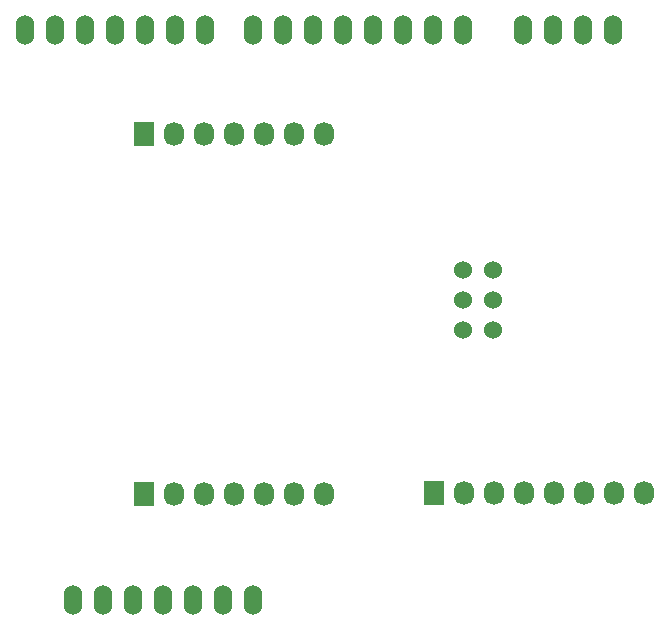
<source format=gbs>
G04 #@! TF.FileFunction,Soldermask,Bot*
%FSLAX46Y46*%
G04 Gerber Fmt 4.6, Leading zero omitted, Abs format (unit mm)*
G04 Created by KiCad (PCBNEW 4.0.2+e4-6225~38~ubuntu15.10.1-stable) date lun 30 may 2016 16:09:53 CLT*
%MOMM*%
G01*
G04 APERTURE LIST*
%ADD10C,0.100000*%
%ADD11O,1.524000X2.540000*%
%ADD12C,1.524000*%
%ADD13R,1.727200X2.032000*%
%ADD14O,1.727200X2.032000*%
G04 APERTURE END LIST*
D10*
D11*
X217081100Y-54203600D03*
X219621100Y-54203600D03*
X222161100Y-54203600D03*
X224701100Y-54203600D03*
X194221100Y-102463600D03*
X191681100Y-102463600D03*
X189141100Y-102463600D03*
X184061100Y-102463600D03*
X181521100Y-102463600D03*
X212001100Y-54203600D03*
X209461100Y-54203600D03*
X206921100Y-54203600D03*
X204381100Y-54203600D03*
X201841100Y-54203600D03*
X199301100Y-54203600D03*
X196761100Y-54203600D03*
X194221100Y-54203600D03*
X190157100Y-54203600D03*
X187617100Y-54203600D03*
X185077100Y-54203600D03*
X182537100Y-54203600D03*
X179997100Y-54203600D03*
X177457100Y-54203600D03*
X174917100Y-54203600D03*
X186601100Y-102463600D03*
D12*
X212001100Y-74523600D03*
X214541100Y-74523600D03*
X212001100Y-77063600D03*
X214541100Y-77063600D03*
X212001100Y-79603600D03*
X214541100Y-79603600D03*
D11*
X178981100Y-102463600D03*
D13*
X185000000Y-93500000D03*
D14*
X187540000Y-93500000D03*
X190080000Y-93500000D03*
X192620000Y-93500000D03*
X195160000Y-93500000D03*
X197700000Y-93500000D03*
X200240000Y-93500000D03*
D13*
X185000000Y-63000000D03*
D14*
X187540000Y-63000000D03*
X190080000Y-63000000D03*
X192620000Y-63000000D03*
X195160000Y-63000000D03*
X197700000Y-63000000D03*
X200240000Y-63000000D03*
D13*
X209550000Y-93408500D03*
D14*
X212090000Y-93408500D03*
X214630000Y-93408500D03*
X217170000Y-93408500D03*
X219710000Y-93408500D03*
X222250000Y-93408500D03*
X224790000Y-93408500D03*
X227330000Y-93408500D03*
M02*

</source>
